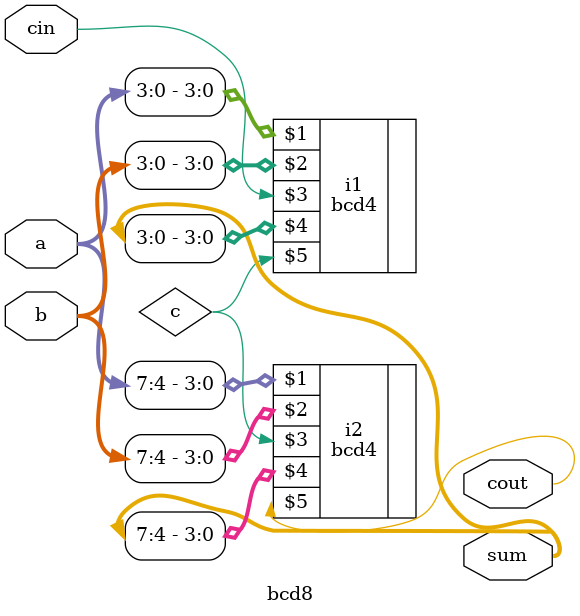
<source format=sv>
module bcd8(a,b,cin,sum,cout);
input logic[7:0] a,b;
input logic cin;
output logic[7:0] sum;
output logic cout;
logic c;
  
bcd4 i1(a[3:0],b[3:0],cin,sum[3:0],c);
bcd4 i2(a[7:4],b[7:4],c,sum[7:4],cout);
  
endmodule

</source>
